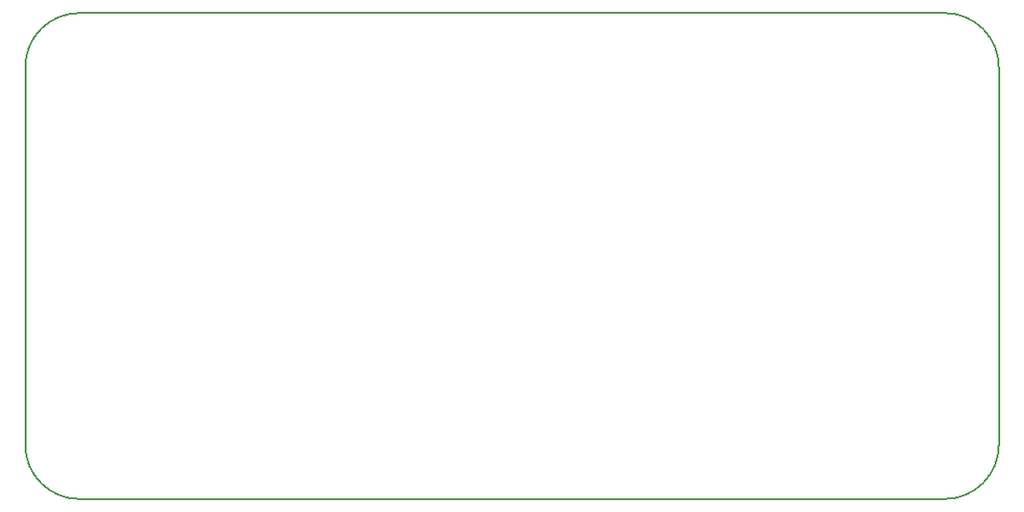
<source format=gm1>
G04 #@! TF.GenerationSoftware,KiCad,Pcbnew,8.0.3*
G04 #@! TF.CreationDate,2024-07-31T22:39:35+02:00*
G04 #@! TF.ProjectId,hw-tele-stern,68772d74-656c-4652-9d73-7465726e2e6b,rev2 w/ output diodes*
G04 #@! TF.SameCoordinates,Original*
G04 #@! TF.FileFunction,Profile,NP*
%FSLAX46Y46*%
G04 Gerber Fmt 4.6, Leading zero omitted, Abs format (unit mm)*
G04 Created by KiCad (PCBNEW 8.0.3) date 2024-07-31 22:39:35*
%MOMM*%
%LPD*%
G01*
G04 APERTURE LIST*
G04 #@! TA.AperFunction,Profile*
%ADD10C,0.155000*%
G04 #@! TD*
G04 APERTURE END LIST*
D10*
X87458895Y-116813823D02*
X87458895Y-81813823D01*
X172458895Y-76813823D02*
G75*
G02*
X177458877Y-81813823I5J-4999977D01*
G01*
X87458895Y-81813823D02*
G75*
G02*
X92458895Y-76813795I5000005J23D01*
G01*
X177458895Y-81813823D02*
X177458895Y-116813823D01*
X172458895Y-121813823D02*
X92458895Y-121813823D01*
X177458895Y-116813823D02*
G75*
G02*
X172458895Y-121813795I-4999995J23D01*
G01*
X92458895Y-121813823D02*
G75*
G02*
X87458877Y-116813823I5J5000023D01*
G01*
X92458895Y-76813823D02*
X172458895Y-76813823D01*
M02*

</source>
